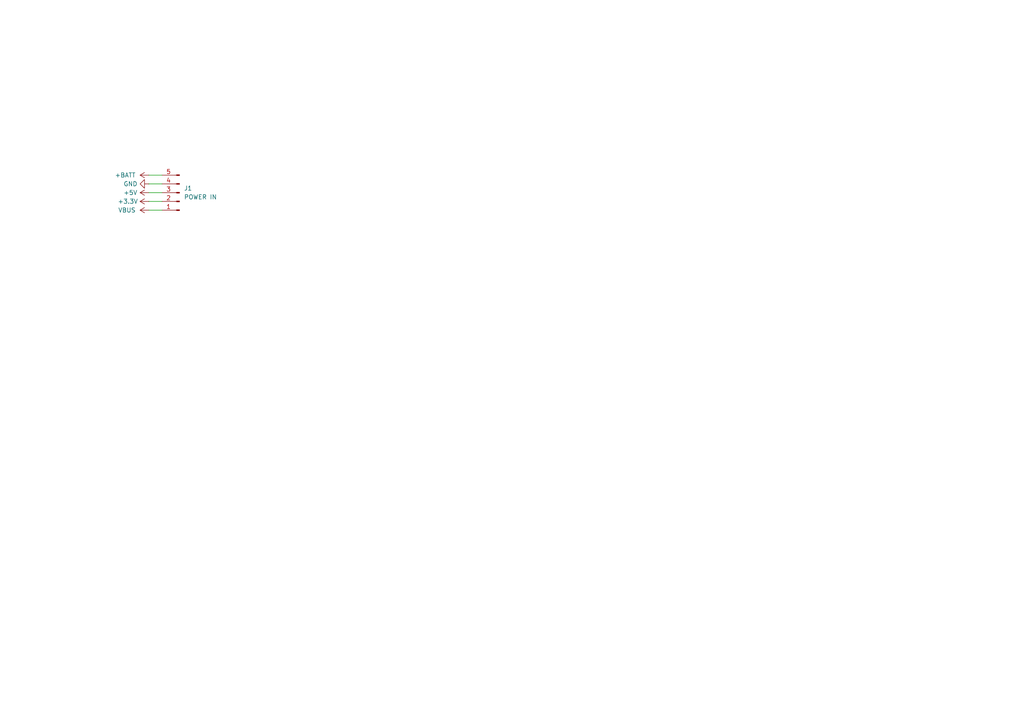
<source format=kicad_sch>
(kicad_sch (version 20231120) (generator "eeschema") (generator_version "8.0")
  (paper "A4")
  (lib_symbols
    (symbol "Connector:Conn_01x05_Pin" (pin_names (offset 1.016) hide)
      (property "Reference" "J" (at 0 7.62 0))
      (property "Value" "Conn_01x05_Pin" (at 0 -7.62 0))
      (symbol "Conn_01x05_Pin_1_1"
        (polyline (pts (xy 1.27 -5.08) (xy 0.8636 -5.08)) (stroke (width 0.1524)))
        (polyline (pts (xy 1.27 -2.54) (xy 0.8636 -2.54)) (stroke (width 0.1524)))
        (polyline (pts (xy 1.27 0) (xy 0.8636 0)) (stroke (width 0.1524)))
        (polyline (pts (xy 1.27 2.54) (xy 0.8636 2.54)) (stroke (width 0.1524)))
        (polyline (pts (xy 1.27 5.08) (xy 0.8636 5.08)) (stroke (width 0.1524)))
        (rectangle (start 0.8636 -4.953) (end 0 -5.207) (stroke (width 0.1524)) (fill (type outline)))
        (rectangle (start 0.8636 -2.413) (end 0 -2.667) (stroke (width 0.1524)) (fill (type outline)))
        (rectangle (start 0.8636 0.127) (end 0 -0.127) (stroke (width 0.1524)) (fill (type outline)))
        (rectangle (start 0.8636 2.667) (end 0 2.413) (stroke (width 0.1524)) (fill (type outline)))
        (rectangle (start 0.8636 5.207) (end 0 4.953) (stroke (width 0.1524)) (fill (type outline)))
        (pin passive line (at 5.08 5.08 180) (length 3.81) (name "Pin_1") (number "1"))
        (pin passive line (at 5.08 2.54 180) (length 3.81) (name "Pin_2") (number "2"))
        (pin passive line (at 5.08 0 180) (length 3.81) (name "Pin_3") (number "3"))
        (pin passive line (at 5.08 -2.54 180) (length 3.81) (name "Pin_4") (number "4"))
        (pin passive line (at 5.08 -5.08 180) (length 3.81) (name "Pin_5") (number "5"))
      )
    )
    (symbol "power:+3.3V" (power) (pin_numbers hide) (pin_names (offset 0) hide)
      (property "Value" "+3.3V" (at 0 3.556 0))
      (symbol "+3.3V_0_1"
        (polyline (pts (xy -0.762 1.27) (xy 0 2.54)))
        (polyline (pts (xy 0 0) (xy 0 2.54)))
        (polyline (pts (xy 0 2.54) (xy 0.762 1.27)))
      )
      (symbol "+3.3V_1_1"
        (pin power_in line (at 0 0 90) (length 0) (name "~") (number "1"))
      )
    )
    (symbol "power:+5V" (power) (pin_numbers hide) (pin_names (offset 0) hide)
      (property "Value" "+5V" (at 0 3.556 0))
      (symbol "+5V_0_1"
        (polyline (pts (xy -0.762 1.27) (xy 0 2.54)))
        (polyline (pts (xy 0 0) (xy 0 2.54)))
        (polyline (pts (xy 0 2.54) (xy 0.762 1.27)))
      )
      (symbol "+5V_1_1"
        (pin power_in line (at 0 0 90) (length 0) (name "~") (number "1"))
      )
    )
    (symbol "power:+BATT" (power) (pin_numbers hide) (pin_names (offset 0) hide)
      (property "Value" "+BATT" (at 0 3.556 0))
      (symbol "+BATT_0_1"
        (polyline (pts (xy -0.762 1.27) (xy 0 2.54)))
        (polyline (pts (xy 0 0) (xy 0 2.54)))
        (polyline (pts (xy 0 2.54) (xy 0.762 1.27)))
      )
      (symbol "+BATT_1_1"
        (pin power_in line (at 0 0 90) (length 0) (name "~") (number "1"))
      )
    )
    (symbol "power:GND" (power) (pin_numbers hide) (pin_names (offset 0) hide)
      (property "Value" "GND" (at 0 -3.81 0))
      (symbol "GND_0_1"
        (polyline (pts (xy 0 0) (xy 0 -1.27) (xy 1.27 -1.27) (xy 0 -2.54) (xy -1.27 -1.27) (xy 0 -1.27)))
      )
      (symbol "GND_1_1"
        (pin power_in line (at 0 0 270) (length 0) (name "~") (number "1"))
      )
    )
    (symbol "power:VBUS" (power) (pin_numbers hide) (pin_names (offset 0) hide)
      (property "Value" "VBUS" (at 0 3.556 0))
      (symbol "VBUS_0_1"
        (polyline (pts (xy -0.762 1.27) (xy 0 2.54)))
        (polyline (pts (xy 0 0) (xy 0 2.54)))
        (polyline (pts (xy 0 2.54) (xy 0.762 1.27)))
      )
      (symbol "VBUS_1_1"
        (pin power_in line (at 0 0 90) (length 0) (name "~") (number "1"))
      )
    )
  )
  (wire (pts (xy 46.99 53.34) (xy 43.18 53.34)))
  (wire (pts (xy 43.18 50.8) (xy 46.99 50.8)))
  (wire (pts (xy 43.18 55.88) (xy 46.99 55.88)))
  (wire (pts (xy 43.18 58.42) (xy 46.99 58.42)))
  (wire (pts (xy 43.18 60.96) (xy 46.99 60.96)))
  (symbol (lib_id "power:+5V") (at 43.18 55.88 90) (unit 1)
    (property "Reference" "#PWR03" (effects (hide yes)))
    (property "Value" "+5V" (at 39.878 55.88 90) (effects (justify left)))
    (property "Description" "Power symbol creates a global label with name \"+5V\"" (effects (hide yes)))
  )
  (symbol (lib_id "power:+3.3V") (at 43.18 58.42 90) (unit 1)
    (property "Reference" "#PWR04" (effects (hide yes)))
    (property "Value" "+3.3V" (at 37.084 58.42 90))
    (property "Description" "Power symbol creates a global label with name \"+3.3V\"" (effects (hide yes)))
  )
  (symbol (lib_id "Connector:Conn_01x05_Pin") (at 52.07 55.88 180) (unit 1)
    (property "Reference" "J1" (at 53.34 54.6099 0) (effects (justify right)))
    (property "Value" "POWER IN" (at 53.34 57.1499 0) (effects (justify right)))
    (property "Footprint" "Connector_PinHeader_2.54mm:PinHeader_1x05_P2.54mm_Horizontal" (effects (hide yes)))
    (property "Description" "Generic connector, single row, 01x05, script generated" (effects (hide yes)))
  )
  (symbol (lib_id "power:GND") (at 43.18 53.34 270) (mirror x) (unit 1)
    (property "Reference" "#PWR02" (effects (hide yes)))
    (property "Value" "GND" (at 37.846 53.34 90))
    (property "Description" "Power symbol creates a global label with name \"GND\" , ground" (effects (hide yes)))
  )
  (symbol (lib_id "power:+BATT") (at 43.18 50.8 90) (unit 1)
    (property "Reference" "#PWR01" (effects (hide yes)))
    (property "Value" "+BATT" (at 39.37 50.7999 90) (effects (justify left)))
    (property "Description" "Power symbol creates a global label with name \"+BATT\"" (effects (hide yes)))
  )
  (symbol (lib_id "power:VBUS") (at 43.18 60.96 90) (unit 1)
    (property "Reference" "#PWR05" (effects (hide yes)))
    (property "Value" "VBUS" (at 39.37 60.9599 90) (effects (justify left)))
    (property "Description" "Power symbol creates a global label with name \"VBUS\"" (effects (hide yes)))
  )
)
</source>
